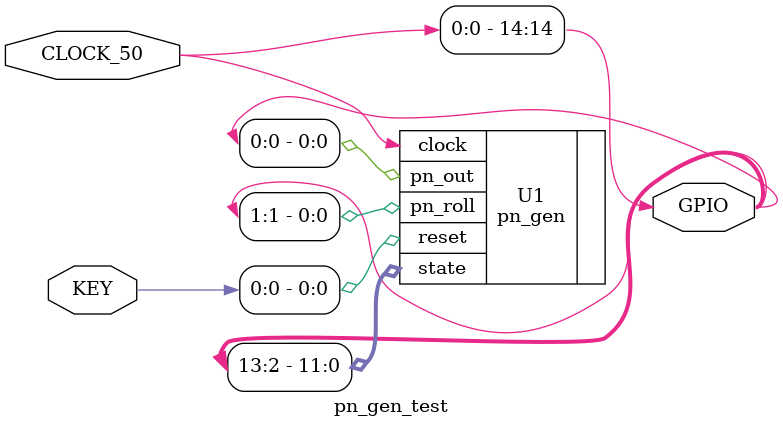
<source format=v>
module pn_gen_test (CLOCK_50,KEY,GPIO);

input CLOCK_50;
input [3:0] KEY;
output [35:0] GPIO;

pn_gen U1 (.clock(CLOCK_50), .pn_out(GPIO[0]), .pn_roll(GPIO[1]),.reset(KEY[0]),.state(GPIO[13:2]));

assign GPIO[14] = CLOCK_50;

endmodule
</source>
